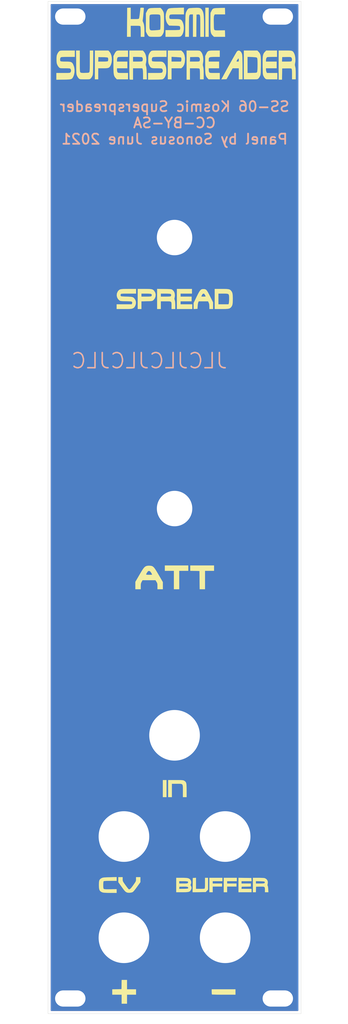
<source format=kicad_pcb>
(kicad_pcb (version 20171130) (host pcbnew "(5.1.9)-1")

  (general
    (thickness 1.6)
    (drawings 6)
    (tracks 0)
    (zones 0)
    (modules 12)
    (nets 2)
  )

  (page A4)
  (layers
    (0 F.Cu signal)
    (31 B.Cu signal)
    (32 B.Adhes user hide)
    (33 F.Adhes user hide)
    (34 B.Paste user hide)
    (35 F.Paste user hide)
    (36 B.SilkS user)
    (37 F.SilkS user)
    (38 B.Mask user hide)
    (39 F.Mask user hide)
    (40 Dwgs.User user hide)
    (41 Cmts.User user hide)
    (42 Eco1.User user hide)
    (43 Eco2.User user hide)
    (44 Edge.Cuts user)
    (45 Margin user hide)
    (46 B.CrtYd user hide)
    (47 F.CrtYd user hide)
    (48 B.Fab user)
    (49 F.Fab user)
  )

  (setup
    (last_trace_width 0.25)
    (user_trace_width 0.4)
    (trace_clearance 0.2)
    (zone_clearance 0.508)
    (zone_45_only no)
    (trace_min 0.2)
    (via_size 0.8)
    (via_drill 0.4)
    (via_min_size 0.4)
    (via_min_drill 0.3)
    (uvia_size 0.3)
    (uvia_drill 0.1)
    (uvias_allowed no)
    (uvia_min_size 0.2)
    (uvia_min_drill 0.1)
    (edge_width 0.05)
    (segment_width 0.2)
    (pcb_text_width 0.3)
    (pcb_text_size 1.5 1.5)
    (mod_edge_width 0.12)
    (mod_text_size 1 1)
    (mod_text_width 0.15)
    (pad_size 6.8 4)
    (pad_drill 6)
    (pad_to_mask_clearance 0)
    (aux_axis_origin 0 0)
    (grid_origin 126.873 130.81)
    (visible_elements 7FFFFFFF)
    (pcbplotparams
      (layerselection 0x010f0_ffffffff)
      (usegerberextensions false)
      (usegerberattributes true)
      (usegerberadvancedattributes true)
      (creategerberjobfile true)
      (excludeedgelayer true)
      (linewidth 0.100000)
      (plotframeref false)
      (viasonmask false)
      (mode 1)
      (useauxorigin false)
      (hpglpennumber 1)
      (hpglpenspeed 20)
      (hpglpendiameter 15.000000)
      (psnegative false)
      (psa4output false)
      (plotreference true)
      (plotvalue true)
      (plotinvisibletext false)
      (padsonsilk false)
      (subtractmaskfromsilk false)
      (outputformat 1)
      (mirror false)
      (drillshape 0)
      (scaleselection 1)
      (outputdirectory ""))
  )

  (net 0 "")
  (net 1 GND)

  (net_class Default "This is the default net class."
    (clearance 0.2)
    (trace_width 0.25)
    (via_dia 0.8)
    (via_drill 0.4)
    (uvia_dia 0.3)
    (uvia_drill 0.1)
    (add_net GND)
  )

  (module Sonosus:Kosmo_Panel_Slotted_Mounting_Hole (layer F.Cu) (tedit 60B93ADF) (tstamp 60B999CC)
    (at 104.873 222.81)
    (descr "Mounting Hole 3.2mm, M3")
    (tags "mounting hole 3.2mm m3")
    (attr virtual)
    (fp_text reference REF** (at 1.4 -4.2) (layer F.SilkS) hide
      (effects (font (size 1 1) (thickness 0.15)))
    )
    (fp_text value Kosmo_Panel_Slotted_Mounting_Hole (at 1.4 4.2) (layer F.Fab)
      (effects (font (size 1 1) (thickness 0.15)))
    )
    (fp_line (start 0 3.25) (end 2.8 3.25) (layer F.CrtYd) (width 0.05))
    (fp_line (start 0 -3.25) (end 2.8 -3.25) (layer F.CrtYd) (width 0.05))
    (fp_line (start 0 3) (end 2.8 3) (layer Cmts.User) (width 0.12))
    (fp_line (start 0 -3) (end 2.8 -3) (layer Cmts.User) (width 0.12))
    (fp_text user %R (at 1.7 0) (layer F.Fab)
      (effects (font (size 1 1) (thickness 0.15)))
    )
    (fp_arc (start 2.8 0) (end 2.8 3) (angle -180) (layer Cmts.User) (width 0.12))
    (fp_arc (start 0 0) (end 0 -3) (angle -180) (layer Cmts.User) (width 0.12))
    (fp_arc (start 2.8 0) (end 2.8 3.25) (angle -180) (layer F.CrtYd) (width 0.05))
    (fp_arc (start 0 0) (end 0 3.25) (angle 180) (layer F.CrtYd) (width 0.05))
    (pad 1 thru_hole oval (at 1.4 0) (size 6.8 4) (drill oval 6 3.2) (layers *.Cu *.Mask)
      (net 1 GND))
  )

  (module Sonosus:Kosmo_Panel_Slotted_Mounting_Hole (layer F.Cu) (tedit 60B93AD6) (tstamp 60B99968)
    (at 145.873 222.81)
    (descr "Mounting Hole 3.2mm, M3")
    (tags "mounting hole 3.2mm m3")
    (attr virtual)
    (fp_text reference REF** (at 1.4 -4.2) (layer F.SilkS) hide
      (effects (font (size 1 1) (thickness 0.15)))
    )
    (fp_text value Kosmo_Panel_Slotted_Mounting_Hole (at 1.4 4.2) (layer F.Fab)
      (effects (font (size 1 1) (thickness 0.15)))
    )
    (fp_line (start 0 3.25) (end 2.8 3.25) (layer F.CrtYd) (width 0.05))
    (fp_line (start 0 -3.25) (end 2.8 -3.25) (layer F.CrtYd) (width 0.05))
    (fp_line (start 0 3) (end 2.8 3) (layer Cmts.User) (width 0.12))
    (fp_line (start 0 -3) (end 2.8 -3) (layer Cmts.User) (width 0.12))
    (fp_text user %R (at 1.7 0) (layer F.Fab)
      (effects (font (size 1 1) (thickness 0.15)))
    )
    (fp_arc (start 2.8 0) (end 2.8 3) (angle -180) (layer Cmts.User) (width 0.12))
    (fp_arc (start 0 0) (end 0 -3) (angle -180) (layer Cmts.User) (width 0.12))
    (fp_arc (start 2.8 0) (end 2.8 3.25) (angle -180) (layer F.CrtYd) (width 0.05))
    (fp_arc (start 0 0) (end 0 3.25) (angle 180) (layer F.CrtYd) (width 0.05))
    (pad 1 thru_hole oval (at 1.4 0) (size 6.8 4) (drill oval 6 3.2) (layers *.Cu *.Mask)
      (net 1 GND))
  )

  (module Sonosus:Kosmo_Panel_Slotted_Mounting_Hole (layer F.Cu) (tedit 60B93AC9) (tstamp 60B99968)
    (at 145.873 28.81)
    (descr "Mounting Hole 3.2mm, M3")
    (tags "mounting hole 3.2mm m3")
    (attr virtual)
    (fp_text reference REF** (at 1.4 -4.2) (layer F.SilkS) hide
      (effects (font (size 1 1) (thickness 0.15)))
    )
    (fp_text value Kosmo_Panel_Slotted_Mounting_Hole (at 1.4 4.2) (layer F.Fab)
      (effects (font (size 1 1) (thickness 0.15)))
    )
    (fp_line (start 0 3.25) (end 2.8 3.25) (layer F.CrtYd) (width 0.05))
    (fp_line (start 0 -3.25) (end 2.8 -3.25) (layer F.CrtYd) (width 0.05))
    (fp_line (start 0 3) (end 2.8 3) (layer Cmts.User) (width 0.12))
    (fp_line (start 0 -3) (end 2.8 -3) (layer Cmts.User) (width 0.12))
    (fp_text user %R (at 1.7 0) (layer F.Fab)
      (effects (font (size 1 1) (thickness 0.15)))
    )
    (fp_arc (start 2.8 0) (end 2.8 3) (angle -180) (layer Cmts.User) (width 0.12))
    (fp_arc (start 0 0) (end 0 -3) (angle -180) (layer Cmts.User) (width 0.12))
    (fp_arc (start 2.8 0) (end 2.8 3.25) (angle -180) (layer F.CrtYd) (width 0.05))
    (fp_arc (start 0 0) (end 0 3.25) (angle 180) (layer F.CrtYd) (width 0.05))
    (pad 1 thru_hole oval (at 1.4 0) (size 6.8 4) (drill oval 6 3.2) (layers *.Cu *.Mask)
      (net 1 GND))
  )

  (module Sonosus:Kosmo_Panel_Slotted_Mounting_Hole (layer F.Cu) (tedit 60B93AC1) (tstamp 60B9995A)
    (at 104.873 28.81)
    (descr "Mounting Hole 3.2mm, M3")
    (tags "mounting hole 3.2mm m3")
    (attr virtual)
    (fp_text reference REF** (at 1.4 -4.2) (layer F.SilkS) hide
      (effects (font (size 1 1) (thickness 0.15)))
    )
    (fp_text value Kosmo_Panel_Slotted_Mounting_Hole (at 1.4 4.2) (layer F.Fab)
      (effects (font (size 1 1) (thickness 0.15)))
    )
    (fp_arc (start 0 0) (end 0 3.25) (angle 180) (layer F.CrtYd) (width 0.05))
    (fp_arc (start 2.8 0) (end 2.8 3.25) (angle -180) (layer F.CrtYd) (width 0.05))
    (fp_arc (start 0 0) (end 0 -3) (angle -180) (layer Cmts.User) (width 0.12))
    (fp_arc (start 2.8 0) (end 2.8 3) (angle -180) (layer Cmts.User) (width 0.12))
    (fp_text user %R (at 1.7 0) (layer F.Fab)
      (effects (font (size 1 1) (thickness 0.15)))
    )
    (fp_line (start 0 3.25) (end 2.8 3.25) (layer F.CrtYd) (width 0.05))
    (fp_line (start 0 -3.25) (end 2.8 -3.25) (layer F.CrtYd) (width 0.05))
    (fp_line (start 0 3) (end 2.8 3) (layer Cmts.User) (width 0.12))
    (fp_line (start 0 -3) (end 2.8 -3) (layer Cmts.User) (width 0.12))
    (pad 1 thru_hole oval (at 1.4 0) (size 6.8 4) (drill oval 6 3.2) (layers *.Cu *.Mask)
      (net 1 GND))
  )

  (module Sonosus:SuperSilk (layer F.Cu) (tedit 0) (tstamp 60B996E0)
    (at 126.873 125.81)
    (fp_text reference G*** (at 0 0) (layer F.SilkS) hide
      (effects (font (size 1.524 1.524) (thickness 0.3)))
    )
    (fp_text value LOGO (at 0.75 0) (layer F.SilkS) hide
      (effects (font (size 1.524 1.524) (thickness 0.3)))
    )
    (fp_poly (pts (xy -9.392709 95.183854) (xy -7.606771 95.183854) (xy -7.606771 96.242187) (xy -9.392709 96.242187)
      (xy -9.392709 98.028125) (xy -10.451042 98.028125) (xy -10.451042 96.242187) (xy -12.303125 96.242187)
      (xy -12.303125 95.187587) (xy -10.484115 95.150781) (xy -10.465712 94.241276) (xy -10.447309 93.33177)
      (xy -9.392709 93.33177) (xy -9.392709 95.183854)) (layer F.SilkS) (width 0.01))
    (fp_poly (pts (xy 12.038541 96.242187) (xy 9.734461 96.242187) (xy 9.194944 96.240964) (xy 8.697798 96.237487)
      (xy 8.258411 96.232045) (xy 7.892174 96.224928) (xy 7.614476 96.216424) (xy 7.440707 96.206823)
      (xy 7.386284 96.19809) (xy 7.364799 96.114727) (xy 7.349105 95.935873) (xy 7.342267 95.698299)
      (xy 7.342187 95.668923) (xy 7.342187 95.183854) (xy 12.038541 95.183854) (xy 12.038541 96.242187)) (layer F.SilkS) (width 0.01))
    (fp_poly (pts (xy -11.44323 73.752604) (xy -12.686771 73.752604) (xy -13.180595 73.755824) (xy -13.551361 73.76585)
      (xy -13.808156 73.783225) (xy -13.960065 73.808496) (xy -14.009688 73.831979) (xy -14.051624 73.945504)
      (xy -14.078345 74.181743) (xy -14.088922 74.53189) (xy -14.089063 74.584557) (xy -14.085051 74.906256)
      (xy -14.070577 75.12133) (xy -14.041986 75.255267) (xy -13.995621 75.333558) (xy -13.979486 75.348541)
      (xy -13.911122 75.381827) (xy -13.788149 75.404822) (xy -13.593522 75.418399) (xy -13.310196 75.423434)
      (xy -12.921126 75.420801) (xy -12.656569 75.416414) (xy -11.44323 75.393505) (xy -11.44323 76.133854)
      (xy -12.716537 76.13095) (xy -13.248047 76.125791) (xy -13.659264 76.112549) (xy -13.961983 76.090507)
      (xy -14.167997 76.058946) (xy -14.24227 76.038021) (xy -14.502047 75.92392) (xy -14.6917 75.780442)
      (xy -14.8212 75.586812) (xy -14.90052 75.322253) (xy -14.939632 74.96599) (xy -14.948712 74.566175)
      (xy -14.939482 74.147104) (xy -14.905693 73.835391) (xy -14.837736 73.60695) (xy -14.726 73.437696)
      (xy -14.560879 73.303541) (xy -14.411318 73.219114) (xy -14.303656 73.169984) (xy -14.185113 73.132448)
      (xy -14.034901 73.104226) (xy -13.832226 73.083038) (xy -13.556299 73.066607) (xy -13.186327 73.052654)
      (xy -12.788151 73.041193) (xy -11.44323 73.005222) (xy -11.44323 73.752604)) (layer F.SilkS) (width 0.01))
    (fp_poly (pts (xy -10.252605 73.427377) (xy -10.250355 73.587227) (xy -10.235784 73.717122) (xy -10.197157 73.841819)
      (xy -10.122739 73.986075) (xy -10.000798 74.174647) (xy -9.819598 74.432294) (xy -9.691926 74.610326)
      (xy -9.486703 74.890419) (xy -9.303137 75.130539) (xy -9.15723 75.31052) (xy -9.064988 75.410198)
      (xy -9.047004 75.422955) (xy -8.935316 75.43497) (xy -8.809889 75.380678) (xy -8.658591 75.248852)
      (xy -8.469292 75.028262) (xy -8.22986 74.707681) (xy -8.144553 74.587651) (xy -7.932236 74.284463)
      (xy -7.784749 74.06358) (xy -7.690285 73.899473) (xy -7.63704 73.766611) (xy -7.613206 73.639467)
      (xy -7.606978 73.492512) (xy -7.606771 73.42478) (xy -7.606771 73.025) (xy -6.746875 73.025)
      (xy -6.746875 74.015145) (xy -7.412605 74.942718) (xy -7.693522 75.322939) (xy -7.935423 75.627748)
      (xy -8.128552 75.845539) (xy -8.26315 75.964706) (xy -8.279943 75.974546) (xy -8.508708 76.052698)
      (xy -8.799486 76.099732) (xy -9.091396 76.109827) (xy -9.323556 76.077161) (xy -9.330426 76.074985)
      (xy -9.47922 76.019016) (xy -9.610863 75.946227) (xy -9.741815 75.839921) (xy -9.888535 75.6834)
      (xy -10.067481 75.459968) (xy -10.295111 75.152927) (xy -10.447414 74.941822) (xy -11.112501 74.015145)
      (xy -11.112501 73.025) (xy -10.252605 73.025) (xy -10.252605 73.427377)) (layer F.SilkS) (width 0.01))
    (fp_poly (pts (xy 1.89618 73.161094) (xy 2.257284 73.175465) (xy 2.528905 73.204852) (xy 2.732376 73.253699)
      (xy 2.889029 73.326455) (xy 3.020199 73.427563) (xy 3.097739 73.506067) (xy 3.24034 73.749582)
      (xy 3.292594 74.041418) (xy 3.247304 74.327003) (xy 3.21558 74.399543) (xy 3.15634 74.557181)
      (xy 3.171254 74.64314) (xy 3.173419 74.644596) (xy 3.231823 74.728657) (xy 3.297727 74.888682)
      (xy 3.314191 74.940175) (xy 3.353731 75.115958) (xy 3.340883 75.264463) (xy 3.267872 75.449672)
      (xy 3.246945 75.493488) (xy 3.157386 75.658487) (xy 3.057009 75.783568) (xy 2.92702 75.874183)
      (xy 2.748621 75.935781) (xy 2.503017 75.973813) (xy 2.171413 75.993729) (xy 1.735011 76.000979)
      (xy 1.494821 76.001562) (xy 0.330729 76.001562) (xy 0.330729 75.344004) (xy 0.917368 75.344004)
      (xy 1.798137 75.325517) (xy 2.154107 75.317046) (xy 2.399196 75.306624) (xy 2.554799 75.290387)
      (xy 2.642314 75.264468) (xy 2.683136 75.225002) (xy 2.698662 75.168123) (xy 2.699456 75.162678)
      (xy 2.689588 75.047713) (xy 2.612076 74.966908) (xy 2.452036 74.916209) (xy 2.19458 74.891562)
      (xy 1.824824 74.888913) (xy 1.70355 74.89145) (xy 0.959114 74.910156) (xy 0.917368 75.344004)
      (xy 0.330729 75.344004) (xy 0.330729 73.81875) (xy 0.926041 73.81875) (xy 0.926041 74.28177)
      (xy 1.750537 74.28177) (xy 2.095525 74.280248) (xy 2.331809 74.27329) (xy 2.482961 74.257312)
      (xy 2.572557 74.228727) (xy 2.624169 74.18395) (xy 2.648096 74.14525) (xy 2.694351 74.023615)
      (xy 2.674195 73.935435) (xy 2.574022 73.875792) (xy 2.380227 73.839768) (xy 2.079206 73.822447)
      (xy 1.744765 73.81875) (xy 0.926041 73.81875) (xy 0.330729 73.81875) (xy 0.330729 73.157291)
      (xy 1.424259 73.157291) (xy 1.89618 73.161094)) (layer F.SilkS) (width 0.01))
    (fp_poly (pts (xy 4.233333 75.340104) (xy 5.086152 75.340104) (xy 5.44479 75.337769) (xy 5.692189 75.329126)
      (xy 5.849347 75.311714) (xy 5.937261 75.283073) (xy 5.976928 75.240742) (xy 5.979121 75.235475)
      (xy 5.993286 75.134783) (xy 6.005259 74.928085) (xy 6.014074 74.641663) (xy 6.018763 74.301796)
      (xy 6.01927 74.144069) (xy 6.01927 73.157291) (xy 6.614583 73.157291) (xy 6.614583 75.474338)
      (xy 6.388297 75.721414) (xy 6.16201 75.968489) (xy 4.865615 75.988969) (xy 3.569221 76.009449)
      (xy 3.587084 74.599907) (xy 3.604947 73.190364) (xy 3.91914 73.170203) (xy 4.233333 73.150043)
      (xy 4.233333 75.340104)) (layer F.SilkS) (width 0.01))
    (fp_poly (pts (xy 9.458854 73.81875) (xy 7.540624 73.81875) (xy 7.540624 74.28177) (xy 9.392708 74.28177)
      (xy 9.392708 74.877083) (xy 7.540624 74.877083) (xy 7.540624 76.001562) (xy 6.879166 76.001562)
      (xy 6.879166 73.157291) (xy 9.458854 73.157291) (xy 9.458854 73.81875)) (layer F.SilkS) (width 0.01))
    (fp_poly (pts (xy 12.303125 73.81875) (xy 10.384895 73.81875) (xy 10.384895 74.28177) (xy 12.236979 74.28177)
      (xy 12.236979 74.877083) (xy 10.384895 74.877083) (xy 10.384895 76.001562) (xy 9.723437 76.001562)
      (xy 9.723437 73.157291) (xy 12.303125 73.157291) (xy 12.303125 73.81875)) (layer F.SilkS) (width 0.01))
    (fp_poly (pts (xy 13.907161 73.172399) (xy 15.180468 73.190364) (xy 15.22079 73.81875) (xy 13.229166 73.81875)
      (xy 13.229166 74.28177) (xy 15.08125 74.28177) (xy 15.08125 74.87335) (xy 14.171744 74.891753)
      (xy 13.262239 74.910156) (xy 13.241512 75.12513) (xy 13.220784 75.340104) (xy 15.213541 75.340104)
      (xy 15.213541 76.001562) (xy 12.633854 76.001562) (xy 12.633854 73.154435) (xy 13.907161 73.172399)) (layer F.SilkS) (width 0.01))
    (fp_poly (pts (xy 16.954025 73.161534) (xy 17.303604 73.173301) (xy 17.58781 73.191145) (xy 17.780491 73.213623)
      (xy 17.838532 73.227645) (xy 18.140424 73.404359) (xy 18.342102 73.657636) (xy 18.433755 73.967456)
      (xy 18.405573 74.313801) (xy 18.393 74.359116) (xy 18.349163 74.549936) (xy 18.363356 74.668892)
      (xy 18.397425 74.722422) (xy 18.43976 74.83485) (xy 18.476998 75.045882) (xy 18.503698 75.321832)
      (xy 18.508834 75.412134) (xy 18.537015 76.001562) (xy 17.859375 76.001562) (xy 17.859375 75.507796)
      (xy 17.854632 75.263293) (xy 17.827389 75.091047) (xy 17.758121 74.979125) (xy 17.627304 74.915593)
      (xy 17.415415 74.888519) (xy 17.102929 74.885969) (xy 16.850946 74.89145) (xy 16.10651 74.910156)
      (xy 16.087298 75.455859) (xy 16.068087 76.001562) (xy 15.478125 76.001562) (xy 15.478125 74.28177)
      (xy 16.073437 74.28177) (xy 16.892161 74.28177) (xy 17.250353 74.27875) (xy 17.4987 74.267965)
      (xy 17.659548 74.246831) (xy 17.75524 74.212764) (xy 17.79783 74.177007) (xy 17.849027 74.049649)
      (xy 17.815385 73.962033) (xy 17.765255 73.914626) (xy 17.669976 73.88114) (xy 17.507551 73.85845)
      (xy 17.255983 73.843428) (xy 16.909715 73.83331) (xy 16.073437 73.814797) (xy 16.073437 74.28177)
      (xy 15.478125 74.28177) (xy 15.478125 73.157291) (xy 16.565225 73.157291) (xy 16.954025 73.161534)) (layer F.SilkS) (width 0.01))
    (fp_poly (pts (xy -1.5875 57.216145) (xy -2.315105 57.216145) (xy -2.315105 53.842708) (xy -1.5875 53.842708)
      (xy -1.5875 57.216145)) (layer F.SilkS) (width 0.01))
    (fp_poly (pts (xy 0.214973 53.842955) (xy 0.698398 53.843862) (xy 1.06825 53.847373) (xy 1.343242 53.854948)
      (xy 1.542088 53.868048) (xy 1.683501 53.888133) (xy 1.786195 53.916664) (xy 1.868883 53.955102)
      (xy 1.902297 53.974642) (xy 2.052825 54.074625) (xy 2.168123 54.179986) (xy 2.25285 54.309236)
      (xy 2.311664 54.480888) (xy 2.349226 54.713452) (xy 2.370194 55.025442) (xy 2.379227 55.435369)
      (xy 2.381002 55.876692) (xy 2.381249 57.216145) (xy 1.653645 57.216145) (xy 1.653645 56.040238)
      (xy 1.654708 55.56275) (xy 1.649184 55.201313) (xy 1.624007 54.939848) (xy 1.566111 54.762273)
      (xy 1.46243 54.652507) (xy 1.299897 54.59447) (xy 1.065446 54.57208) (xy 0.74601 54.569257)
      (xy 0.45927 54.570312) (xy -0.529167 54.570312) (xy -0.529167 57.216145) (xy -1.256771 57.216145)
      (xy -1.256771 53.842708) (xy 0.214973 53.842955)) (layer F.SilkS) (width 0.01))
    (fp_poly (pts (xy -4.821494 11.493556) (xy -4.542389 11.53776) (xy -4.398698 11.590555) (xy -4.274415 11.665966)
      (xy -4.155146 11.763253) (xy -4.030582 11.896598) (xy -3.89041 12.080186) (xy -3.724321 12.3282)
      (xy -3.522003 12.654823) (xy -3.273146 13.074239) (xy -3.084214 13.398737) (xy -2.315105 14.725861)
      (xy -2.315105 16.139583) (xy -3.373438 16.139583) (xy -3.374695 15.560807) (xy -3.37951 15.268762)
      (xy -3.398788 15.066029) (xy -3.442066 14.909722) (xy -3.51888 14.756953) (xy -3.573254 14.667838)
      (xy -3.770556 14.353645) (xy -6.328976 14.353645) (xy -6.504853 14.676789) (xy -6.594667 14.860629)
      (xy -6.647888 15.03439) (xy -6.67355 15.243939) (xy -6.680687 15.535145) (xy -6.68073 15.569758)
      (xy -6.68073 16.139583) (xy -7.739063 16.139583) (xy -7.739063 14.676568) (xy -6.973775 13.361963)
      (xy -6.892978 13.224408) (xy -5.622396 13.224408) (xy -5.558218 13.261499) (xy -5.37248 13.28549)
      (xy -5.07538 13.295168) (xy -5.027084 13.295312) (xy -4.764917 13.291131) (xy -4.561658 13.279931)
      (xy -4.446821 13.263729) (xy -4.431771 13.254654) (xy -4.460981 13.17845) (xy -4.536137 13.025599)
      (xy -4.604791 12.896101) (xy -4.783112 12.64661) (xy -4.975062 12.5272) (xy -5.17921 12.538747)
      (xy -5.184434 12.540712) (xy -5.272683 12.617878) (xy -5.38908 12.770065) (xy -5.505107 12.952752)
      (xy -5.592244 13.121419) (xy -5.622396 13.224408) (xy -6.892978 13.224408) (xy -6.692422 12.882969)
      (xy -6.463577 12.505491) (xy -6.276378 12.214917) (xy -6.119964 11.996635) (xy -5.983474 11.836035)
      (xy -5.856045 11.718504) (xy -5.726818 11.629431) (xy -5.656844 11.590319) (xy -5.432601 11.519825)
      (xy -5.136191 11.487575) (xy -4.821494 11.493556)) (layer F.SilkS) (width 0.01))
    (fp_poly (pts (xy 2.711979 12.501562) (xy 0.926041 12.501562) (xy 0.926041 16.139583) (xy -0.132292 16.139583)
      (xy -0.132292 12.501562) (xy -1.91823 12.501562) (xy -1.91823 11.443229) (xy 2.711979 11.443229)
      (xy 2.711979 12.501562)) (layer F.SilkS) (width 0.01))
    (fp_poly (pts (xy 7.805208 12.501562) (xy 6.01927 12.501562) (xy 6.01927 16.139583) (xy 4.963063 16.139583)
      (xy 4.945464 14.337109) (xy 4.927864 12.534635) (xy 3.108854 12.497829) (xy 3.108854 11.443229)
      (xy 7.805208 11.443229) (xy 7.805208 12.501562)) (layer F.SilkS) (width 0.01))
    (fp_poly (pts (xy -7.606771 -42.267188) (xy -9.097184 -42.267188) (xy -9.577692 -42.266896) (xy -9.942601 -42.26495)
      (xy -10.208601 -42.259743) (xy -10.392385 -42.249667) (xy -10.510644 -42.233115) (xy -10.580071 -42.20848)
      (xy -10.617356 -42.174156) (xy -10.639191 -42.128535) (xy -10.643007 -42.11836) (xy -10.66783 -41.944338)
      (xy -10.650002 -41.83724) (xy -10.623931 -41.78849) (xy -10.573829 -41.752407) (xy -10.480384 -41.726251)
      (xy -10.324284 -41.707283) (xy -10.086218 -41.692761) (xy -9.746872 -41.679947) (xy -9.484518 -41.671876)
      (xy -9.04382 -41.656691) (xy -8.713302 -41.637631) (xy -8.470856 -41.609744) (xy -8.294375 -41.568078)
      (xy -8.161752 -41.507681) (xy -8.050879 -41.423601) (xy -7.957194 -41.329781) (xy -7.732835 -40.998965)
      (xy -7.627198 -40.624865) (xy -7.642676 -40.22719) (xy -7.776058 -39.836781) (xy -7.919879 -39.597511)
      (xy -8.086047 -39.44076) (xy -8.22689 -39.360773) (xy -8.328819 -39.315975) (xy -8.437783 -39.282173)
      (xy -8.573399 -39.257837) (xy -8.755282 -39.241438) (xy -9.003045 -39.23145) (xy -9.336306 -39.226342)
      (xy -9.774678 -39.224586) (xy -9.975832 -39.22448) (xy -11.44323 -39.22448) (xy -11.44323 -40.150521)
      (xy -8.463831 -40.150521) (xy -8.392298 -40.307519) (xy -8.355791 -40.488729) (xy -8.393712 -40.60082)
      (xy -8.428101 -40.650877) (xy -8.482767 -40.687537) (xy -8.577479 -40.713404) (xy -8.732004 -40.731085)
      (xy -8.966111 -40.743184) (xy -9.299568 -40.752306) (xy -9.586536 -40.758015) (xy -10.002698 -40.767102)
      (xy -10.308447 -40.778282) (xy -10.525659 -40.794221) (xy -10.676212 -40.817588) (xy -10.781981 -40.851048)
      (xy -10.864843 -40.89727) (xy -10.89292 -40.91728) (xy -11.175394 -41.20176) (xy -11.354639 -41.543606)
      (xy -11.427351 -41.916576) (xy -11.390223 -42.29443) (xy -11.23995 -42.650924) (xy -11.130363 -42.802368)
      (xy -11.021782 -42.921428) (xy -10.908928 -43.013631) (xy -10.773832 -43.082376) (xy -10.598521 -43.131062)
      (xy -10.365026 -43.163089) (xy -10.055375 -43.181856) (xy -9.651597 -43.190763) (xy -9.135721 -43.193209)
      (xy -9.064104 -43.19323) (xy -7.606771 -43.19323) (xy -7.606771 -42.267188)) (layer F.SilkS) (width 0.01))
    (fp_poly (pts (xy -5.440858 -43.190851) (xy -5.043967 -43.181154) (xy -4.741335 -43.160302) (xy -4.51397 -43.124454)
      (xy -4.342878 -43.069773) (xy -4.209065 -42.992419) (xy -4.093539 -42.888554) (xy -4.017011 -42.802341)
      (xy -3.815641 -42.467662) (xy -3.727377 -42.097451) (xy -3.748802 -41.718819) (xy -3.876503 -41.358876)
      (xy -4.107063 -41.044733) (xy -4.254468 -40.91728) (xy -4.33732 -40.864375) (xy -4.436281 -40.825968)
      (xy -4.574131 -40.799131) (xy -4.773652 -40.780935) (xy -5.057624 -40.76845) (xy -5.44883 -40.758748)
      (xy -5.494702 -40.757819) (xy -6.548438 -40.736731) (xy -6.548438 -39.22448) (xy -7.276042 -39.22448)
      (xy -7.276042 -42.267188) (xy -6.548438 -42.267188) (xy -6.548438 -41.671876) (xy -5.602553 -41.671876)
      (xy -5.161605 -41.677046) (xy -4.846729 -41.69286) (xy -4.652098 -41.719768) (xy -4.577292 -41.751251)
      (xy -4.511022 -41.880207) (xy -4.497917 -41.969532) (xy -4.509374 -42.079472) (xy -4.555913 -42.158704)
      (xy -4.655789 -42.212147) (xy -4.827255 -42.244719) (xy -5.088565 -42.26134) (xy -5.457971 -42.266927)
      (xy -5.602553 -42.267188) (xy -6.548438 -42.267188) (xy -7.276042 -42.267188) (xy -7.276042 -43.19323)
      (xy -5.951001 -43.19323) (xy -5.440858 -43.190851)) (layer F.SilkS) (width 0.01))
    (fp_poly (pts (xy -2.033985 -43.180339) (xy -1.566616 -43.173024) (xy -1.212275 -43.164925) (xy -0.951704 -43.153971)
      (xy -0.765646 -43.138087) (xy -0.634841 -43.115202) (xy -0.540034 -43.083243) (xy -0.461966 -43.040138)
      (xy -0.411914 -43.005758) (xy -0.155448 -42.744002) (xy 0.006871 -42.400366) (xy 0.066051 -41.994209)
      (xy 0.066145 -41.976473) (xy 0.053451 -41.734134) (xy 0.021078 -41.518151) (xy -0.00266 -41.433369)
      (xy -0.035796 -41.259107) (xy 0.006935 -41.059832) (xy 0.030413 -40.997777) (xy 0.085629 -40.789951)
      (xy 0.118901 -40.488744) (xy 0.131954 -40.076977) (xy 0.132291 -39.983818) (xy 0.132291 -39.22448)
      (xy -0.595313 -39.22448) (xy -0.595313 -39.857214) (xy -0.595557 -40.180679) (xy -0.608579 -40.414417)
      (xy -0.652817 -40.572966) (xy -0.746708 -40.670867) (xy -0.908689 -40.722659) (xy -1.157199 -40.742883)
      (xy -1.510673 -40.746079) (xy -1.722119 -40.745834) (xy -2.71198 -40.745834) (xy -2.71198 -39.22448)
      (xy -3.439584 -39.22448) (xy -3.439584 -42.267188) (xy -2.71198 -42.267188) (xy -2.71198 -41.671876)
      (xy -1.766094 -41.671876) (xy -1.325147 -41.677046) (xy -1.010271 -41.69286) (xy -0.815639 -41.719768)
      (xy -0.740834 -41.751251) (xy -0.674564 -41.880207) (xy -0.661459 -41.969532) (xy -0.672916 -42.079472)
      (xy -0.719455 -42.158704) (xy -0.819331 -42.212147) (xy -0.990797 -42.244719) (xy -1.252106 -42.26134)
      (xy -1.621513 -42.266927) (xy -1.766094 -42.267188) (xy -2.71198 -42.267188) (xy -3.439584 -42.267188)
      (xy -3.439584 -43.20052) (xy -2.033985 -43.180339)) (layer F.SilkS) (width 0.01))
    (fp_poly (pts (xy 3.439583 -42.267188) (xy 1.190624 -42.267188) (xy 1.190624 -41.671876) (xy 3.373437 -41.671876)
      (xy 3.373437 -40.745834) (xy 1.190624 -40.745834) (xy 1.190624 -40.150521) (xy 3.505729 -40.150521)
      (xy 3.505729 -39.22448) (xy 0.46302 -39.22448) (xy 0.46302 -43.19323) (xy 3.439583 -43.19323)
      (xy 3.439583 -42.267188)) (layer F.SilkS) (width 0.01))
    (fp_poly (pts (xy 5.906584 -43.152166) (xy 6.061232 -43.120245) (xy 6.198189 -43.050049) (xy 6.330084 -42.927562)
      (xy 6.469547 -42.738769) (xy 6.629208 -42.469654) (xy 6.821696 -42.106201) (xy 7.014113 -41.725502)
      (xy 7.60677 -40.541052) (xy 7.60677 -39.22448) (xy 6.879166 -39.22448) (xy 6.879166 -39.723209)
      (xy 6.864918 -40.057802) (xy 6.816878 -40.307877) (xy 6.74553 -40.483886) (xy 6.611894 -40.745834)
      (xy 4.783734 -40.745834) (xy 4.692871 -40.563933) (xy 4.646271 -40.413355) (xy 4.603421 -40.175475)
      (xy 4.57195 -39.895228) (xy 4.566499 -39.819792) (xy 4.530989 -39.257553) (xy 4.150651 -39.237715)
      (xy 3.770312 -39.217878) (xy 3.770312 -40.422294) (xy 4.359575 -41.633586) (xy 4.396145 -41.707584)
      (xy 5.291666 -41.707584) (xy 5.352013 -41.689397) (xy 5.509903 -41.676535) (xy 5.721614 -41.671876)
      (xy 5.940593 -41.676887) (xy 6.095454 -41.690001) (xy 6.151562 -41.707584) (xy 6.124064 -41.783118)
      (xy 6.054764 -41.931642) (xy 6.017926 -42.00524) (xy 5.905057 -42.183341) (xy 5.789132 -42.259162)
      (xy 5.721614 -42.267188) (xy 5.59293 -42.231749) (xy 5.482388 -42.107366) (xy 5.425302 -42.00524)
      (xy 5.344342 -41.839196) (xy 5.296862 -41.727612) (xy 5.291666 -41.707584) (xy 4.396145 -41.707584)
      (xy 4.592278 -42.104443) (xy 4.783737 -42.467946) (xy 4.946147 -42.737758) (xy 5.091702 -42.927543)
      (xy 5.232596 -43.050966) (xy 5.381022 -43.121689) (xy 5.549175 -43.153378) (xy 5.721614 -43.159827)
      (xy 5.906584 -43.152166)) (layer F.SilkS) (width 0.01))
    (fp_poly (pts (xy 9.772734 -43.190846) (xy 10.169666 -43.181141) (xy 10.472321 -43.160287) (xy 10.699682 -43.124454)
      (xy 10.870733 -43.069812) (xy 11.004459 -42.992533) (xy 11.119843 -42.888788) (xy 11.195728 -42.803295)
      (xy 11.313129 -42.640084) (xy 11.398205 -42.455818) (xy 11.4556 -42.226837) (xy 11.489957 -41.92948)
      (xy 11.50592 -41.540085) (xy 11.508637 -41.208855) (xy 11.502574 -40.742951) (xy 11.48129 -40.385254)
      (xy 11.440142 -40.112104) (xy 11.374486 -39.899839) (xy 11.279678 -39.724799) (xy 11.195728 -39.614415)
      (xy 11.082032 -39.490956) (xy 10.962614 -39.39651) (xy 10.818491 -39.327247) (xy 10.630678 -39.279337)
      (xy 10.380191 -39.248952) (xy 10.048046 -39.232262) (xy 9.61526 -39.225439) (xy 9.262541 -39.22448)
      (xy 7.937499 -39.22448) (xy 7.937499 -42.267188) (xy 8.665104 -42.267188) (xy 8.665104 -40.150521)
      (xy 10.652753 -40.150521) (xy 10.717262 -40.320192) (xy 10.743579 -40.45432) (xy 10.764716 -40.685581)
      (xy 10.778185 -40.978843) (xy 10.78177 -41.231516) (xy 10.780656 -41.603485) (xy 10.765181 -41.873742)
      (xy 10.717151 -42.058512) (xy 10.618369 -42.174024) (xy 10.450639 -42.236505) (xy 10.195766 -42.262182)
      (xy 9.835554 -42.267283) (xy 9.620468 -42.267188) (xy 8.665104 -42.267188) (xy 7.937499 -42.267188)
      (xy 7.937499 -43.19323) (xy 9.262541 -43.19323) (xy 9.772734 -43.190846)) (layer F.SilkS) (width 0.01))
    (fp_poly (pts (xy -19.711459 -89.032292) (xy -21.057197 -89.032292) (xy -21.516074 -89.031348) (xy -21.860891 -89.027506)
      (xy -22.109875 -89.019252) (xy -22.28125 -89.005069) (xy -22.393241 -88.983444) (xy -22.464074 -88.95286)
      (xy -22.511973 -88.911804) (xy -22.512405 -88.911329) (xy -22.585847 -88.760863) (xy -22.618689 -88.553305)
      (xy -22.608541 -88.346306) (xy -22.553011 -88.19752) (xy -22.5425 -88.185625) (xy -22.442776 -88.148629)
      (xy -22.226029 -88.123345) (xy -21.886919 -88.109352) (xy -21.533777 -88.106003) (xy -21.092703 -88.100224)
      (xy -20.761071 -88.077317) (xy -20.516296 -88.028524) (xy -20.335791 -87.945086) (xy -20.196974 -87.818247)
      (xy -20.077257 -87.639247) (xy -20.011539 -87.515722) (xy -19.839035 -87.043274) (xy -19.759263 -86.51638)
      (xy -19.772211 -85.974931) (xy -19.877867 -85.45882) (xy -20.012263 -85.123476) (xy -20.102752 -84.952751)
      (xy -20.19157 -84.821092) (xy -20.296699 -84.723116) (xy -20.436122 -84.653439) (xy -20.627824 -84.606679)
      (xy -20.889786 -84.577452) (xy -21.239994 -84.560375) (xy -21.69643 -84.550064) (xy -21.940748 -84.546206)
      (xy -23.34948 -84.524964) (xy -23.34948 -85.857292) (xy -21.997241 -85.857292) (xy -21.541753 -85.857765)
      (xy -21.200344 -85.860411) (xy -20.954801 -85.867069) (xy -20.786911 -85.87958) (xy -20.678463 -85.899783)
      (xy -20.611243 -85.929519) (xy -20.56704 -85.970626) (xy -20.542032 -86.004302) (xy -20.4618 -86.182225)
      (xy -20.439063 -86.320313) (xy -20.477677 -86.507125) (xy -20.542032 -86.636324) (xy -20.588268 -86.69315)
      (xy -20.648792 -86.733076) (xy -20.74558 -86.759074) (xy -20.900606 -86.774119) (xy -21.135844 -86.781185)
      (xy -21.473267 -86.783245) (xy -21.628364 -86.783334) (xy -22.009823 -86.784293) (xy -22.282937 -86.789391)
      (xy -22.471648 -86.801958) (xy -22.5999 -86.825322) (xy -22.691635 -86.862815) (xy -22.770798 -86.917766)
      (xy -22.806436 -86.947172) (xy -22.945501 -87.102895) (xy -23.088214 -87.321995) (xy -23.158755 -87.459802)
      (xy -23.231498 -87.639352) (xy -23.278114 -87.81508) (xy -23.304083 -88.024405) (xy -23.314883 -88.304743)
      (xy -23.316364 -88.536198) (xy -23.312342 -88.880918) (xy -23.296623 -89.130909) (xy -23.263729 -89.323589)
      (xy -23.208181 -89.496375) (xy -23.158755 -89.612595) (xy -23.034168 -89.84049) (xy -22.887899 -90.041863)
      (xy -22.806436 -90.125225) (xy -22.740038 -90.178674) (xy -22.672584 -90.219015) (xy -22.58556 -90.248092)
      (xy -22.460456 -90.26775) (xy -22.27876 -90.279832) (xy -22.021961 -90.286182) (xy -21.671547 -90.288645)
      (xy -21.209007 -90.289063) (xy -19.711459 -90.289063) (xy -19.711459 -89.032292)) (layer F.SilkS) (width 0.01))
    (fp_poly (pts (xy -6.050841 -90.060501) (xy -5.838293 -89.751378) (xy -5.682912 -89.352663) (xy -5.590828 -88.896812)
      (xy -5.568169 -88.416281) (xy -5.621064 -87.94353) (xy -5.637156 -87.869898) (xy -5.686993 -87.62826)
      (xy -5.697341 -87.458435) (xy -5.66797 -87.305899) (xy -5.634359 -87.208439) (xy -5.58916 -87.021849)
      (xy -5.553142 -86.724519) (xy -5.525669 -86.309311) (xy -5.506249 -85.77461) (xy -5.475353 -84.600521)
      (xy -6.217709 -84.600521) (xy -6.217709 -85.523451) (xy -6.223561 -85.929012) (xy -6.240149 -86.261557)
      (xy -6.266017 -86.500399) (xy -6.294472 -86.614857) (xy -6.371235 -86.783334) (xy -8.202084 -86.783334)
      (xy -8.202084 -84.534376) (xy -8.521789 -84.534376) (xy -8.717739 -84.542813) (xy -8.8542 -84.564249)
      (xy -8.885591 -84.578473) (xy -8.894911 -84.651901) (xy -8.90356 -84.843807) (xy -8.911327 -85.140378)
      (xy -8.917999 -85.5278) (xy -8.923366 -85.992261) (xy -8.927215 -86.519947) (xy -8.929334 -87.097045)
      (xy -8.929688 -87.455816) (xy -8.929688 -88.10625) (xy -8.202084 -88.10625) (xy -7.317214 -88.10625)
      (xy -6.911319 -88.11086) (xy -6.625684 -88.125369) (xy -6.448576 -88.1508) (xy -6.368261 -88.188174)
      (xy -6.367653 -88.188933) (xy -6.279904 -88.383438) (xy -6.26409 -88.613214) (xy -6.315789 -88.82767)
      (xy -6.43058 -88.976214) (xy -6.436821 -88.980324) (xy -6.529865 -88.999329) (xy -6.727219 -89.015173)
      (xy -7.000912 -89.026309) (xy -7.322972 -89.031192) (xy -7.358724 -89.031279) (xy -8.202084 -89.032292)
      (xy -8.202084 -88.10625) (xy -8.929688 -88.10625) (xy -8.929688 -90.289063) (xy -6.266402 -90.289063)
      (xy -6.050841 -90.060501)) (layer F.SilkS) (width 0.01))
    (fp_poly (pts (xy -1.5875 -89.032292) (xy -2.933238 -89.032292) (xy -3.392115 -89.031348) (xy -3.736933 -89.027506)
      (xy -3.985917 -89.019252) (xy -4.157292 -89.005069) (xy -4.269283 -88.983444) (xy -4.340116 -88.95286)
      (xy -4.388015 -88.911804) (xy -4.388447 -88.911329) (xy -4.461889 -88.760863) (xy -4.494731 -88.553305)
      (xy -4.484583 -88.346306) (xy -4.429053 -88.19752) (xy -4.418542 -88.185625) (xy -4.319566 -88.148827)
      (xy -4.10442 -88.123656) (xy -3.767507 -88.109674) (xy -3.403064 -88.10625) (xy -3.027382 -88.104677)
      (xy -2.758351 -88.097759) (xy -2.570345 -88.082201) (xy -2.43774 -88.054705) (xy -2.334911 -88.011976)
      (xy -2.246126 -87.957422) (xy -2.001846 -87.717978) (xy -1.817472 -87.386551) (xy -1.69334 -86.989277)
      (xy -1.629784 -86.552293) (xy -1.627141 -86.101736) (xy -1.685745 -85.663742) (xy -1.805933 -85.264449)
      (xy -1.988039 -84.929993) (xy -2.204413 -84.706573) (xy -2.274278 -84.660277) (xy -2.355995 -84.625084)
      (xy -2.468354 -84.599128) (xy -2.630146 -84.580541) (xy -2.860162 -84.567457) (xy -3.177191 -84.55801)
      (xy -3.600025 -84.550332) (xy -3.808039 -84.547267) (xy -5.225521 -84.527085) (xy -5.225521 -85.857292)
      (xy -3.873282 -85.857292) (xy -3.417795 -85.857765) (xy -3.076385 -85.860411) (xy -2.830842 -85.867069)
      (xy -2.662953 -85.87958) (xy -2.554505 -85.899783) (xy -2.487285 -85.929519) (xy -2.443081 -85.970626)
      (xy -2.418074 -86.004302) (xy -2.337842 -86.182225) (xy -2.315105 -86.320313) (xy -2.353718 -86.507125)
      (xy -2.418074 -86.636324) (xy -2.464408 -86.693246) (xy -2.525075 -86.733206) (xy -2.622102 -86.759196)
      (xy -2.777516 -86.774205) (xy -3.013343 -86.781227) (xy -3.351608 -86.783252) (xy -3.50056 -86.783334)
      (xy -3.926823 -86.786443) (xy -4.243967 -86.802392) (xy -4.475133 -86.841117) (xy -4.643462 -86.912553)
      (xy -4.772095 -87.026633) (xy -4.884172 -87.193293) (xy -5.002835 -87.422468) (xy -5.006457 -87.429839)
      (xy -5.089897 -87.611132) (xy -5.143832 -87.771575) (xy -5.174512 -87.94862) (xy -5.188185 -88.179714)
      (xy -5.191098 -88.502307) (xy -5.191047 -88.536198) (xy -5.186193 -88.882869) (xy -5.16953 -89.13493)
      (xy -5.135563 -89.329917) (xy -5.078795 -89.50536) (xy -5.033417 -89.612595) (xy -4.909514 -89.84065)
      (xy -4.763643 -90.042101) (xy -4.682477 -90.125225) (xy -4.61608 -90.178674) (xy -4.548625 -90.219015)
      (xy -4.461602 -90.248092) (xy -4.336498 -90.26775) (xy -4.154802 -90.279832) (xy -3.898003 -90.286182)
      (xy -3.547589 -90.288645) (xy -3.085049 -90.289063) (xy -1.5875 -90.289063) (xy -1.5875 -89.032292)) (layer F.SilkS) (width 0.01))
    (fp_poly (pts (xy 4.108587 -90.288599) (xy 4.438869 -90.285732) (xy 4.676867 -90.278244) (xy 4.842586 -90.263923)
      (xy 4.956029 -90.240551) (xy 5.037201 -90.205914) (xy 5.106105 -90.157797) (xy 5.145497 -90.125225)
      (xy 5.355142 -89.872606) (xy 5.518501 -89.521633) (xy 5.629739 -89.099906) (xy 5.683025 -88.635027)
      (xy 5.672524 -88.154597) (xy 5.627895 -87.842798) (xy 5.587381 -87.578126) (xy 5.591518 -87.366844)
      (xy 5.642697 -87.136978) (xy 5.652445 -87.103609) (xy 5.697766 -86.897723) (xy 5.728938 -86.622968)
      (xy 5.747375 -86.259623) (xy 5.754496 -85.787968) (xy 5.754687 -85.679922) (xy 5.754687 -84.600521)
      (xy 5.027083 -84.600521) (xy 5.027083 -85.563984) (xy 5.02249 -85.924233) (xy 5.009821 -86.240176)
      (xy 4.990739 -86.485301) (xy 4.966907 -86.633096) (xy 4.95861 -86.655391) (xy 4.921123 -86.706409)
      (xy 4.858064 -86.741787) (xy 4.747555 -86.764347) (xy 4.567719 -86.776908) (xy 4.29668 -86.782292)
      (xy 3.966422 -86.783334) (xy 3.042708 -86.783334) (xy 3.042708 -84.534376) (xy 2.381249 -84.534376)
      (xy 2.381249 -88.10625) (xy 3.036663 -88.10625) (xy 3.9634 -88.10625) (xy 4.33317 -88.107652)
      (xy 4.592499 -88.113729) (xy 4.763223 -88.127288) (xy 4.86718 -88.151138) (xy 4.926206 -88.188084)
      (xy 4.95861 -88.234194) (xy 5.022956 -88.463489) (xy 5.001175 -88.70355) (xy 4.899064 -88.895552)
      (xy 4.89283 -88.901962) (xy 4.826656 -88.957568) (xy 4.743388 -88.994414) (xy 4.617974 -89.015473)
      (xy 4.425362 -89.023716) (xy 4.140501 -89.022115) (xy 3.917179 -89.017717) (xy 3.075781 -88.999219)
      (xy 3.056222 -88.552735) (xy 3.036663 -88.10625) (xy 2.381249 -88.10625) (xy 2.381249 -90.289063)
      (xy 3.666018 -90.289063) (xy 4.108587 -90.288599)) (layer F.SilkS) (width 0.01))
    (fp_poly (pts (xy 22.334428 -90.287608) (xy 22.703818 -90.278786) (xy 22.979977 -90.255914) (xy 23.182434 -90.212308)
      (xy 23.33072 -90.141285) (xy 23.444363 -90.03616) (xy 23.542893 -89.890251) (xy 23.645839 -89.696873)
      (xy 23.659148 -89.670689) (xy 23.769367 -89.363955) (xy 23.843417 -88.974609) (xy 23.877482 -88.548314)
      (xy 23.867743 -88.130735) (xy 23.816286 -87.791303) (xy 23.773827 -87.555782) (xy 23.781427 -87.352956)
      (xy 23.840778 -87.109573) (xy 23.88639 -86.905948) (xy 23.917847 -86.63935) (xy 23.936677 -86.288791)
      (xy 23.944408 -85.83328) (xy 23.944791 -85.679922) (xy 23.944791 -84.600521) (xy 23.217187 -84.600521)
      (xy 23.217187 -85.580066) (xy 23.212341 -86.027849) (xy 23.197325 -86.353079) (xy 23.171424 -86.565156)
      (xy 23.133922 -86.673483) (xy 23.133907 -86.673504) (xy 23.085363 -86.719727) (xy 23.004746 -86.75054)
      (xy 22.869681 -86.768129) (xy 22.657794 -86.77468) (xy 22.34671 -86.772379) (xy 22.158256 -86.768828)
      (xy 21.265885 -86.750261) (xy 21.247749 -85.642318) (xy 21.229613 -84.534376) (xy 20.571354 -84.534376)
      (xy 20.571354 -88.10625) (xy 21.226768 -88.10625) (xy 22.153504 -88.10625) (xy 22.523275 -88.107652)
      (xy 22.782603 -88.113729) (xy 22.953328 -88.127288) (xy 23.057284 -88.151138) (xy 23.11631 -88.188084)
      (xy 23.148714 -88.234194) (xy 23.21306 -88.463489) (xy 23.19128 -88.70355) (xy 23.089168 -88.895552)
      (xy 23.082934 -88.901962) (xy 23.01676 -88.957568) (xy 22.933492 -88.994414) (xy 22.808078 -89.015473)
      (xy 22.615466 -89.023716) (xy 22.330605 -89.022115) (xy 22.107283 -89.017717) (xy 21.265885 -88.999219)
      (xy 21.246326 -88.552735) (xy 21.226768 -88.10625) (xy 20.571354 -88.10625) (xy 20.571354 -90.289063)
      (xy 21.852277 -90.289063) (xy 22.334428 -90.287608)) (layer F.SilkS) (width 0.01))
    (fp_poly (pts (xy -18.719271 -88.182648) (xy -18.718854 -87.597123) (xy -18.717075 -87.129663) (xy -18.713142 -86.766043)
      (xy -18.706266 -86.492039) (xy -18.695653 -86.293426) (xy -18.680514 -86.155978) (xy -18.660057 -86.065471)
      (xy -18.633491 -86.007679) (xy -18.600025 -85.968378) (xy -18.595903 -85.964586) (xy -18.522423 -85.916104)
      (xy -18.413782 -85.885302) (xy -18.244807 -85.869604) (xy -17.990323 -85.866431) (xy -17.688222 -85.871652)
      (xy -17.354963 -85.880797) (xy -17.129351 -85.892849) (xy -16.986762 -85.913033) (xy -16.902574 -85.94657)
      (xy -16.852163 -85.998685) (xy -16.820378 -86.05573) (xy -16.794635 -86.145746) (xy -16.774133 -86.309987)
      (xy -16.758467 -86.558991) (xy -16.747232 -86.903294) (xy -16.740024 -87.353435) (xy -16.736436 -87.919951)
      (xy -16.735871 -88.255079) (xy -16.734896 -90.289063) (xy -16.067206 -90.289063) (xy -16.086858 -87.924349)
      (xy -16.092342 -87.300539) (xy -16.097962 -86.794464) (xy -16.104611 -86.391572) (xy -16.113184 -86.077309)
      (xy -16.124576 -85.837123) (xy -16.139679 -85.656459) (xy -16.159388 -85.520764) (xy -16.184598 -85.415485)
      (xy -16.216202 -85.326069) (xy -16.251403 -85.245932) (xy -16.373802 -85.025209) (xy -16.515992 -84.829314)
      (xy -16.575255 -84.766375) (xy -16.649743 -84.702143) (xy -16.727245 -84.65708) (xy -16.831419 -84.627792)
      (xy -16.985925 -84.610886) (xy -17.214424 -84.602968) (xy -17.540576 -84.600645) (xy -17.731668 -84.600521)
      (xy -18.111859 -84.601496) (xy -18.383806 -84.60666) (xy -18.571552 -84.619375) (xy -18.699142 -84.643002)
      (xy -18.79062 -84.6809) (xy -18.870031 -84.736432) (xy -18.903832 -84.764359) (xy -19.042899 -84.92008)
      (xy -19.18562 -85.139178) (xy -19.256172 -85.27699) (xy -19.297915 -85.372587) (xy -19.331702 -85.465475)
      (xy -19.358521 -85.570494) (xy -19.379363 -85.702483) (xy -19.395216 -85.87628) (xy -19.40707 -86.106726)
      (xy -19.415914 -86.408658) (xy -19.422738 -86.796917) (xy -19.42853 -87.28634) (xy -19.434281 -87.891769)
      (xy -19.434875 -87.957422) (xy -19.455948 -90.289063) (xy -18.719271 -90.289063) (xy -18.719271 -88.182648)) (layer F.SilkS) (width 0.01))
    (fp_poly (pts (xy -12.863861 -90.060501) (xy -12.643601 -89.740054) (xy -12.488948 -89.33453) (xy -12.401994 -88.874902)
      (xy -12.384837 -88.392142) (xy -12.439568 -87.917222) (xy -12.568285 -87.481115) (xy -12.674697 -87.26326)
      (xy -12.787038 -87.089891) (xy -12.907925 -86.963706) (xy -13.059908 -86.877378) (xy -13.265537 -86.823582)
      (xy -13.547362 -86.79499) (xy -13.927934 -86.784277) (xy -14.151924 -86.783334) (xy -15.08125 -86.783334)
      (xy -15.08125 -84.600521) (xy -15.742709 -84.600521) (xy -15.742709 -88.10625) (xy -15.087295 -88.10625)
      (xy -14.17146 -88.10625) (xy -13.735707 -88.111745) (xy -13.426722 -88.128498) (xy -13.239427 -88.156914)
      (xy -13.176251 -88.185625) (xy -13.120484 -88.311159) (xy -13.099395 -88.50292) (xy -13.112203 -88.703744)
      (xy -13.158126 -88.856468) (xy -13.185894 -88.891535) (xy -13.289499 -88.923563) (xy -13.505468 -88.950703)
      (xy -13.813907 -88.971104) (xy -14.161545 -88.982316) (xy -15.048178 -88.999219) (xy -15.067736 -88.552735)
      (xy -15.087295 -88.10625) (xy -15.742709 -88.10625) (xy -15.742709 -90.289063) (xy -13.079423 -90.289063)
      (xy -12.863861 -90.060501)) (layer F.SilkS) (width 0.01))
    (fp_poly (pts (xy -9.194271 -89.032292) (xy -10.182708 -89.032292) (xy -10.564603 -89.031341) (xy -10.836115 -89.026522)
      (xy -11.01915 -89.014883) (xy -11.135616 -88.993474) (xy -11.207417 -88.959344) (xy -11.25646 -88.909542)
      (xy -11.274114 -88.885283) (xy -11.339498 -88.722985) (xy -11.374658 -88.496541) (xy -11.377084 -88.422262)
      (xy -11.377084 -88.10625) (xy -9.326563 -88.10625) (xy -9.326563 -86.783334) (xy -11.377084 -86.783334)
      (xy -11.377084 -86.467323) (xy -11.354617 -86.234586) (xy -11.297189 -86.044689) (xy -11.274114 -86.004302)
      (xy -11.228007 -85.947602) (xy -11.167669 -85.907722) (xy -11.071195 -85.881712) (xy -10.916677 -85.86662)
      (xy -10.682211 -85.859497) (xy -10.345889 -85.857391) (xy -10.182708 -85.857292) (xy -9.194271 -85.857292)
      (xy -9.194271 -84.600521) (xy -11.394536 -84.600521) (xy -11.611529 -84.830601) (xy -11.740074 -84.978278)
      (xy -11.842476 -85.130088) (xy -11.92164 -85.302755) (xy -11.980473 -85.513002) (xy -12.021883 -85.777555)
      (xy -12.048774 -86.113135) (xy -12.064055 -86.536468) (xy -12.070631 -87.064277) (xy -12.071615 -87.477865)
      (xy -12.071615 -89.197657) (xy -11.893559 -89.57759) (xy -11.76775 -89.811078) (xy -11.628256 -90.018412)
      (xy -11.536634 -90.123294) (xy -11.465987 -90.184728) (xy -11.392785 -90.228734) (xy -11.29493 -90.25822)
      (xy -11.150325 -90.276089) (xy -10.936871 -90.285248) (xy -10.632471 -90.288604) (xy -10.276019 -90.289063)
      (xy -9.194271 -90.289063) (xy -9.194271 -89.032292)) (layer F.SilkS) (width 0.01))
    (fp_poly (pts (xy 1.548865 -90.086635) (xy 1.796931 -89.782554) (xy 1.963537 -89.376806) (xy 2.04913 -88.868043)
      (xy 2.061842 -88.536198) (xy 2.021609 -87.968916) (xy 1.900613 -87.505406) (xy 1.698409 -87.144321)
      (xy 1.548865 -86.985762) (xy 1.318313 -86.783334) (xy -0.595313 -86.783334) (xy -0.595313 -84.600521)
      (xy -1.322917 -84.600521) (xy -1.322917 -88.10625) (xy -0.595313 -88.10625) (xy 1.260045 -88.10625)
      (xy 1.328942 -88.287463) (xy 1.361895 -88.458481) (xy 1.358705 -88.658152) (xy 1.324548 -88.832641)
      (xy 1.267502 -88.926441) (xy 1.186299 -88.941044) (xy 0.998625 -88.959471) (xy 0.730168 -88.979625)
      (xy 0.406616 -88.999408) (xy 0.310949 -89.004528) (xy -0.595313 -89.051533) (xy -0.595313 -88.10625)
      (xy -1.322917 -88.10625) (xy -1.322917 -90.289063) (xy 1.318313 -90.289063) (xy 1.548865 -90.086635)) (layer F.SilkS) (width 0.01))
    (fp_poly (pts (xy 8.929687 -89.032292) (xy 7.970572 -89.032292) (xy 7.539924 -89.02845) (xy 7.223882 -89.011216)
      (xy 7.00485 -88.97203) (xy 6.865231 -88.902331) (xy 6.787429 -88.793559) (xy 6.753846 -88.637154)
      (xy 6.746874 -88.43698) (xy 6.746874 -88.10625) (xy 8.797395 -88.10625) (xy 8.797395 -86.783334)
      (xy 6.746874 -86.783334) (xy 6.746874 -86.467323) (xy 6.769341 -86.234586) (xy 6.826769 -86.044689)
      (xy 6.849844 -86.004302) (xy 6.895951 -85.947602) (xy 6.956289 -85.907722) (xy 7.052764 -85.881712)
      (xy 7.207281 -85.86662) (xy 7.441748 -85.859497) (xy 7.778069 -85.857391) (xy 7.94125 -85.857292)
      (xy 8.929687 -85.857292) (xy 8.929687 -84.600521) (xy 6.729422 -84.600521) (xy 6.512429 -84.830601)
      (xy 6.38393 -84.978213) (xy 6.281556 -85.129941) (xy 6.202403 -85.302501) (xy 6.143568 -85.512608)
      (xy 6.102148 -85.776979) (xy 6.075239 -86.112329) (xy 6.059938 -86.535373) (xy 6.05334 -87.062828)
      (xy 6.052343 -87.479325) (xy 6.052343 -89.200576) (xy 6.271756 -89.646197) (xy 6.385662 -89.866226)
      (xy 6.494257 -90.029352) (xy 6.619073 -90.14407) (xy 6.781644 -90.218877) (xy 7.003501 -90.262267)
      (xy 7.306179 -90.282736) (xy 7.711209 -90.288781) (xy 7.901142 -90.289063) (xy 8.929687 -90.289063)
      (xy 8.929687 -89.032292)) (layer F.SilkS) (width 0.01))
    (fp_poly (pts (xy 12.952056 -90.186817) (xy 13.136503 -90.002865) (xy 13.28279 -89.736239) (xy 13.354858 -89.497272)
      (xy 13.375868 -89.328073) (xy 13.393722 -89.037364) (xy 13.408121 -88.635892) (xy 13.418767 -88.13441)
      (xy 13.425361 -87.543666) (xy 13.427604 -86.879297) (xy 13.427604 -84.600521) (xy 12.7 -84.600521)
      (xy 12.7 -86.783334) (xy 11.468707 -86.783334) (xy 10.273797 -84.633594) (xy 9.760568 -84.614158)
      (xy 9.247338 -84.594721) (xy 9.437338 -84.944887) (xy 9.768184 -85.552554) (xy 10.104802 -86.166977)
      (xy 10.440682 -86.776569) (xy 10.769315 -87.369741) (xy 11.084191 -87.934902) (xy 11.204792 -88.150048)
      (xy 12.236979 -88.150048) (xy 12.295187 -88.121086) (xy 12.438298 -88.106624) (xy 12.468489 -88.10625)
      (xy 12.611403 -88.112778) (xy 12.678618 -88.156519) (xy 12.698696 -88.273715) (xy 12.7 -88.400003)
      (xy 12.687092 -88.586335) (xy 12.654581 -88.710682) (xy 12.63758 -88.732333) (xy 12.57909 -88.699905)
      (xy 12.483799 -88.589297) (xy 12.377939 -88.438638) (xy 12.287741 -88.286056) (xy 12.239438 -88.169681)
      (xy 12.236979 -88.150048) (xy 11.204792 -88.150048) (xy 11.3788 -88.460465) (xy 11.646634 -88.934841)
      (xy 11.881183 -89.346439) (xy 12.075936 -89.683673) (xy 12.224385 -89.934952) (xy 12.32002 -90.088688)
      (xy 12.349575 -90.129544) (xy 12.540612 -90.261466) (xy 12.747432 -90.276788) (xy 12.952056 -90.186817)) (layer F.SilkS) (width 0.01))
    (fp_poly (pts (xy 16.61135 -90.023266) (xy 16.73968 -89.877842) (xy 16.841996 -89.729681) (xy 16.920948 -89.562435)
      (xy 16.979186 -89.359753) (xy 17.019362 -89.105288) (xy 17.044124 -88.782691) (xy 17.056125 -88.375613)
      (xy 17.058013 -87.867705) (xy 17.053109 -87.298278) (xy 17.046235 -86.768639) (xy 17.038675 -86.353486)
      (xy 17.028995 -86.035016) (xy 17.015757 -85.795424) (xy 16.997528 -85.616907) (xy 16.972873 -85.481661)
      (xy 16.940355 -85.371882) (xy 16.89854 -85.269768) (xy 16.887659 -85.245932) (xy 16.765261 -85.025209)
      (xy 16.623071 -84.829314) (xy 16.563808 -84.766375) (xy 16.500653 -84.7105) (xy 16.435817 -84.668837)
      (xy 16.350117 -84.639302) (xy 16.224371 -84.619807) (xy 16.039397 -84.608267) (xy 15.776012 -84.602596)
      (xy 15.415033 -84.600709) (xy 15.038518 -84.600521) (xy 13.692187 -84.600521) (xy 13.692187 -89.032292)
      (xy 14.419791 -89.032292) (xy 14.419791 -85.853559) (xy 15.327444 -85.871962) (xy 15.689796 -85.88012)
      (xy 15.942429 -85.890158) (xy 16.107896 -85.906257) (xy 16.20875 -85.932599) (xy 16.267545 -85.973365)
      (xy 16.306833 -86.032736) (xy 16.318657 -86.05573) (xy 16.348944 -86.183391) (xy 16.372912 -86.416076)
      (xy 16.39043 -86.726663) (xy 16.401368 -87.08803) (xy 16.405598 -87.473053) (xy 16.402989 -87.854611)
      (xy 16.393411 -88.20558) (xy 16.376737 -88.49884) (xy 16.352835 -88.707266) (xy 16.331712 -88.788212)
      (xy 16.286154 -88.864792) (xy 16.214694 -88.915381) (xy 16.088818 -88.948536) (xy 15.88001 -88.972816)
      (xy 15.660092 -88.989762) (xy 15.345049 -89.009507) (xy 15.037538 -89.024378) (xy 14.791905 -89.031862)
      (xy 14.740359 -89.032292) (xy 14.419791 -89.032292) (xy 13.692187 -89.032292) (xy 13.692187 -90.289063)
      (xy 16.358504 -90.289063) (xy 16.61135 -90.023266)) (layer F.SilkS) (width 0.01))
    (fp_poly (pts (xy 20.240625 -89.032292) (xy 19.298046 -89.031279) (xy 18.954465 -89.027653) (xy 18.656334 -89.018386)
      (xy 18.429586 -89.004746) (xy 18.300155 -88.988) (xy 18.282688 -88.98167) (xy 18.15449 -88.825548)
      (xy 18.075731 -88.581098) (xy 18.057812 -88.375182) (xy 18.057812 -88.10625) (xy 20.174479 -88.10625)
      (xy 20.174479 -86.783334) (xy 18.057812 -86.783334) (xy 18.057812 -86.515466) (xy 18.083824 -86.286135)
      (xy 18.147562 -86.075683) (xy 18.158729 -86.052445) (xy 18.259647 -85.857292) (xy 20.30677 -85.857292)
      (xy 20.30677 -84.600521) (xy 19.19195 -84.600521) (xy 18.783514 -84.601134) (xy 18.485706 -84.604825)
      (xy 18.276864 -84.614371) (xy 18.135323 -84.632548) (xy 18.039422 -84.662134) (xy 17.967497 -84.705905)
      (xy 17.89817 -84.766375) (xy 17.762208 -84.928231) (xy 17.625055 -85.145985) (xy 17.574319 -85.245932)
      (xy 17.530257 -85.348646) (xy 17.495793 -85.454995) (xy 17.469497 -85.582751) (xy 17.44994 -85.749688)
      (xy 17.435691 -85.973579) (xy 17.42532 -86.272198) (xy 17.417397 -86.663318) (xy 17.410493 -87.164711)
      (xy 17.408838 -87.302653) (xy 17.403953 -87.918284) (xy 17.407155 -88.418186) (xy 17.421169 -88.818811)
      (xy 17.448722 -89.136612) (xy 17.492538 -89.388042) (xy 17.555342 -89.589555) (xy 17.63986 -89.757604)
      (xy 17.748817 -89.908641) (xy 17.861352 -90.034539) (xy 18.103474 -90.289063) (xy 20.240625 -90.289063)
      (xy 20.240625 -89.032292)) (layer F.SilkS) (width 0.01))
    (fp_poly (pts (xy -8.665105 -96.506771) (xy -7.873682 -96.506771) (xy -7.535839 -96.508557) (xy -7.306267 -96.516357)
      (xy -7.160967 -96.533834) (xy -7.07594 -96.564653) (xy -7.027185 -96.612477) (xy -7.011847 -96.638338)
      (xy -6.986661 -96.735197) (xy -6.951934 -96.934826) (xy -6.911347 -97.208361) (xy -6.868579 -97.526942)
      (xy -6.827311 -97.861708) (xy -6.791223 -98.183797) (xy -6.763995 -98.464349) (xy -6.749307 -98.674502)
      (xy -6.748182 -98.70612) (xy -6.687909 -98.734579) (xy -6.535437 -98.752523) (xy -6.42005 -98.75573)
      (xy -6.226458 -98.74655) (xy -6.096257 -98.723148) (xy -6.067458 -98.70612) (xy -6.066093 -98.62886)
      (xy -6.076748 -98.445607) (xy -6.09699 -98.181869) (xy -6.124387 -97.863154) (xy -6.156504 -97.514969)
      (xy -6.19091 -97.16282) (xy -6.22517 -96.832217) (xy -6.256851 -96.548665) (xy -6.283522 -96.337674)
      (xy -6.302747 -96.224748) (xy -6.304803 -96.217944) (xy -6.294831 -96.114656) (xy -6.236369 -95.953104)
      (xy -6.216677 -95.911459) (xy -6.112948 -95.655149) (xy -6.037651 -95.351001) (xy -5.987869 -94.977746)
      (xy -5.960685 -94.514115) (xy -5.953125 -93.989974) (xy -5.953125 -93.001042) (xy -6.68073 -93.001042)
      (xy -6.68073 -93.964505) (xy -6.685322 -94.324754) (xy -6.697992 -94.640697) (xy -6.717074 -94.885822)
      (xy -6.740906 -95.033617) (xy -6.749203 -95.055912) (xy -6.786689 -95.10693) (xy -6.849749 -95.142308)
      (xy -6.960258 -95.164867) (xy -7.140093 -95.177429) (xy -7.411133 -95.182813) (xy -7.74139 -95.183855)
      (xy -8.665105 -95.183855) (xy -8.665105 -93.001042) (xy -9.394114 -93.001042) (xy -9.376875 -95.861849)
      (xy -9.359636 -98.722657) (xy -9.01237 -98.74265) (xy -8.665105 -98.762643) (xy -8.665105 -96.506771)) (layer F.SilkS) (width 0.01))
    (fp_poly (pts (xy -2.589381 -98.532979) (xy -2.445202 -98.359102) (xy -2.300271 -98.128656) (xy -2.237222 -98.003813)
      (xy -2.191709 -97.898551) (xy -2.156199 -97.796239) (xy -2.129454 -97.679458) (xy -2.110232 -97.530791)
      (xy -2.097296 -97.332819) (xy -2.089404 -97.068124) (xy -2.085318 -96.719289) (xy -2.083797 -96.268894)
      (xy -2.083594 -95.845313) (xy -2.083953 -95.306085) (xy -2.085876 -94.881679) (xy -2.090635 -94.554627)
      (xy -2.099498 -94.307458) (xy -2.113736 -94.122705) (xy -2.13462 -93.982898) (xy -2.16342 -93.870569)
      (xy -2.201405 -93.768247) (xy -2.241225 -93.67751) (xy -2.365823 -93.449618) (xy -2.512098 -93.248246)
      (xy -2.593565 -93.16488) (xy -2.670871 -93.103998) (xy -2.750193 -93.060434) (xy -2.854015 -93.031294)
      (xy -3.00482 -93.013681) (xy -3.225092 -93.0047) (xy -3.537316 -93.001454) (xy -3.865686 -93.001042)
      (xy -4.271844 -93.002343) (xy -4.567838 -93.007828) (xy -4.775784 -93.019871) (xy -4.917798 -93.040844)
      (xy -5.015996 -93.073121) (xy -5.092493 -93.119074) (xy -5.113292 -93.134917) (xy -5.2343 -93.266876)
      (xy -5.372258 -93.470596) (xy -5.469478 -93.647548) (xy -5.655469 -94.026303) (xy -5.655469 -95.351247)
      (xy -4.962082 -95.351247) (xy -4.958429 -94.963054) (xy -4.939349 -94.677429) (xy -4.894212 -94.479573)
      (xy -4.81239 -94.354689) (xy -4.683254 -94.28798) (xy -4.496173 -94.264647) (xy -4.24052 -94.269893)
      (xy -3.905664 -94.28892) (xy -3.837369 -94.292603) (xy -3.501846 -94.314534) (xy -3.210958 -94.341808)
      (xy -2.991828 -94.37128) (xy -2.871579 -94.399803) (xy -2.860808 -94.405861) (xy -2.830669 -94.46844)
      (xy -2.808077 -94.609363) (xy -2.79232 -94.840915) (xy -2.782685 -95.17538) (xy -2.778461 -95.625044)
      (xy -2.778125 -95.831667) (xy -2.779377 -96.299098) (xy -2.784013 -96.65216) (xy -2.79336 -96.908761)
      (xy -2.808741 -97.086809) (xy -2.83148 -97.204209) (xy -2.862902 -97.27887) (xy -2.887596 -97.311849)
      (xy -2.948397 -97.362208) (xy -3.03912 -97.396516) (xy -3.183421 -97.417721) (xy -3.404959 -97.428774)
      (xy -3.72739 -97.432622) (xy -3.858039 -97.432813) (xy -4.227343 -97.429982) (xy -4.487544 -97.419773)
      (xy -4.661743 -97.399609) (xy -4.773039 -97.366916) (xy -4.839974 -97.323342) (xy -4.88099 -97.275788)
      (xy -4.9116 -97.205587) (xy -4.933301 -97.094602) (xy -4.947589 -96.924695) (xy -4.95596 -96.677726)
      (xy -4.959911 -96.335559) (xy -4.960937 -95.880055) (xy -4.960938 -95.856806) (xy -4.962082 -95.351247)
      (xy -5.655469 -95.351247) (xy -5.655469 -97.664323) (xy -5.457032 -98.058243) (xy -5.343767 -98.273763)
      (xy -5.237709 -98.433384) (xy -5.117086 -98.545907) (xy -4.960125 -98.620132) (xy -4.745054 -98.664856)
      (xy -4.450101 -98.688881) (xy -4.053495 -98.701005) (xy -3.857888 -98.704555) (xy -2.787911 -98.722657)
      (xy -2.589381 -98.532979)) (layer F.SilkS) (width 0.01))
    (fp_poly (pts (xy 1.852083 -97.432813) (xy 0.499844 -97.432813) (xy 0.044356 -97.43234) (xy -0.297053 -97.429694)
      (xy -0.542596 -97.423036) (xy -0.710486 -97.410525) (xy -0.818934 -97.390322) (xy -0.886154 -97.360586)
      (xy -0.930357 -97.319479) (xy -0.955364 -97.285803) (xy -1.043631 -97.059842) (xy -1.044994 -96.801527)
      (xy -0.989861 -96.634714) (xy -0.953162 -96.584545) (xy -0.89152 -96.549464) (xy -0.783525 -96.52681)
      (xy -0.60777 -96.513918) (xy -0.342845 -96.508126) (xy 0.032657 -96.506771) (xy 0.038684 -96.506771)
      (xy 0.47959 -96.502243) (xy 0.810296 -96.484528) (xy 1.052709 -96.447428) (xy 1.228738 -96.384745)
      (xy 1.360289 -96.290282) (xy 1.46927 -96.157841) (xy 1.513486 -96.089554) (xy 1.687551 -95.714662)
      (xy 1.794521 -95.282598) (xy 1.836354 -94.821344) (xy 1.815005 -94.358885) (xy 1.73243 -93.923202)
      (xy 1.590585 -93.542279) (xy 1.391427 -93.2441) (xy 1.309039 -93.16488) (xy 1.242642 -93.111432)
      (xy 1.175187 -93.071091) (xy 1.088163 -93.042013) (xy 0.963059 -93.022355) (xy 0.781363 -93.010273)
      (xy 0.524564 -93.003923) (xy 0.17415 -93.001461) (xy -0.28839 -93.001043) (xy -0.335805 -93.001042)
      (xy -1.785938 -93.001042) (xy -1.785938 -94.323959) (xy -0.410105 -94.323959) (xy 0.106933 -94.326702)
      (xy 0.501261 -94.335278) (xy 0.782355 -94.350202) (xy 0.959688 -94.371991) (xy 1.042735 -94.401162)
      (xy 1.045104 -94.403334) (xy 1.104198 -94.535878) (xy 1.12184 -94.733092) (xy 1.098331 -94.934118)
      (xy 1.041796 -95.068584) (xy 0.989289 -95.111724) (xy 0.894142 -95.143327) (xy 0.736245 -95.165767)
      (xy 0.495488 -95.181419) (xy 0.15176 -95.192659) (xy -0.045462 -95.196981) (xy -1.050037 -95.216928)
      (xy -1.252432 -95.411021) (xy -1.478293 -95.711131) (xy -1.64032 -96.099213) (xy -1.735821 -96.545921)
      (xy -1.762103 -97.021911) (xy -1.716471 -97.497839) (xy -1.596234 -97.94436) (xy -1.504153 -98.153585)
      (xy -1.418709 -98.313286) (xy -1.334478 -98.436796) (xy -1.233671 -98.529378) (xy -1.098499 -98.596297)
      (xy -0.911171 -98.642817) (xy -0.653899 -98.674202) (xy -0.308893 -98.695718) (xy 0.141637 -98.712628)
      (xy 0.413411 -98.721043) (xy 1.852083 -98.764591) (xy 1.852083 -97.432813)) (layer F.SilkS) (width 0.01))
    (fp_poly (pts (xy 4.649797 -98.729141) (xy 4.913233 -98.698615) (xy 5.109544 -98.634363) (xy 5.260223 -98.529605)
      (xy 5.386766 -98.377565) (xy 5.499625 -98.191399) (xy 5.582464 -98.024399) (xy 5.650075 -97.840164)
      (xy 5.703918 -97.623992) (xy 5.745451 -97.361187) (xy 5.776135 -97.037048) (xy 5.797428 -96.636876)
      (xy 5.810789 -96.145973) (xy 5.817678 -95.54964) (xy 5.819523 -94.968881) (xy 5.820833 -93.001042)
      (xy 5.093229 -93.001042) (xy 5.093229 -95.069918) (xy 5.09277 -95.693838) (xy 5.089668 -96.197996)
      (xy 5.081333 -96.594922) (xy 5.065173 -96.897145) (xy 5.0386 -97.117195) (xy 4.999023 -97.267602)
      (xy 4.943851 -97.360895) (xy 4.870496 -97.409603) (xy 4.776365 -97.426258) (xy 4.658871 -97.423387)
      (xy 4.607469 -97.419777) (xy 4.332552 -97.39974) (xy 4.315123 -95.200391) (xy 4.297695 -93.001042)
      (xy 3.63802 -93.001042) (xy 3.63802 -97.432813) (xy 3.344115 -97.432813) (xy 3.212801 -97.431184)
      (xy 3.106768 -97.417779) (xy 3.023314 -97.379819) (xy 2.959736 -97.304526) (xy 2.913331 -97.179124)
      (xy 2.881395 -96.990832) (xy 2.861226 -96.726875) (xy 2.85012 -96.374473) (xy 2.845375 -95.920848)
      (xy 2.844287 -95.353223) (xy 2.84427 -95.069918) (xy 2.84427 -93.001042) (xy 2.103679 -93.001042)
      (xy 2.130892 -95.266537) (xy 2.138585 -95.877128) (xy 2.14615 -96.37081) (xy 2.154612 -96.762961)
      (xy 2.164998 -97.068957) (xy 2.178333 -97.304177) (xy 2.195642 -97.483998) (xy 2.21795 -97.623797)
      (xy 2.246284 -97.738953) (xy 2.281668 -97.844841) (xy 2.307303 -97.911834) (xy 2.421823 -98.154117)
      (xy 2.557991 -98.374027) (xy 2.645433 -98.48057) (xy 2.722076 -98.553091) (xy 2.799189 -98.605325)
      (xy 2.900171 -98.641903) (xy 3.048421 -98.667458) (xy 3.267337 -98.686619) (xy 3.580318 -98.704019)
      (xy 3.835564 -98.716125) (xy 4.297739 -98.732718) (xy 4.649797 -98.729141)) (layer F.SilkS) (width 0.01))
    (fp_poly (pts (xy 6.746874 -93.001042) (xy 6.085416 -93.001042) (xy 6.085416 -98.75573) (xy 6.746874 -98.75573)
      (xy 6.746874 -93.001042)) (layer F.SilkS) (width 0.01))
    (fp_poly (pts (xy 9.992811 -97.432813) (xy 7.940897 -97.432813) (xy 7.836089 -97.230138) (xy 7.799009 -97.137971)
      (xy 7.772532 -97.013801) (xy 7.755556 -96.838122) (xy 7.74698 -96.591426) (xy 7.745702 -96.254204)
      (xy 7.750619 -95.806949) (xy 7.751708 -95.736407) (xy 7.759599 -95.290354) (xy 7.768524 -94.958003)
      (xy 7.780529 -94.720764) (xy 7.797658 -94.560051) (xy 7.821955 -94.457276) (xy 7.855466 -94.393852)
      (xy 7.900234 -94.351192) (xy 7.904427 -94.348073) (xy 7.985903 -94.308498) (xy 8.116804 -94.282505)
      (xy 8.318001 -94.268616) (xy 8.610369 -94.265353) (xy 8.995833 -94.27084) (xy 9.954947 -94.290886)
      (xy 9.992811 -93.001042) (xy 7.789644 -93.001042) (xy 7.538637 -93.252049) (xy 7.408957 -93.393062)
      (xy 7.305397 -93.539572) (xy 7.225329 -93.707635) (xy 7.166123 -93.913308) (xy 7.125151 -94.172646)
      (xy 7.099785 -94.501706) (xy 7.087397 -94.916543) (xy 7.085358 -95.433214) (xy 7.090119 -95.991827)
      (xy 7.110677 -97.730469) (xy 7.29426 -98.104303) (xy 7.393852 -98.298047) (xy 7.489307 -98.441917)
      (xy 7.601733 -98.543887) (xy 7.752237 -98.61193) (xy 7.961926 -98.654021) (xy 8.251908 -98.678133)
      (xy 8.643289 -98.69224) (xy 8.864749 -98.697602) (xy 9.954947 -98.722657) (xy 9.992811 -97.432813)) (layer F.SilkS) (width 0.01))
  )

  (module Sonosus:Kosmo_Jack_Hole (layer F.Cu) (tedit 60B69A7C) (tstamp 60B72C2B)
    (at 126.873 170.81)
    (descr "Mounting Hole 6mm")
    (tags "mounting hole 6mm")
    (attr virtual)
    (fp_text reference REF** (at 0 -11) (layer F.SilkS) hide
      (effects (font (size 1 1) (thickness 0.15)))
    )
    (fp_text value Kosmo_Jack_Hole (at 0 11) (layer F.Fab)
      (effects (font (size 1 1) (thickness 0.15)))
    )
    (fp_circle (center 0 0) (end 9.5 0) (layer Cmts.User) (width 0.15))
    (fp_circle (center 0 0) (end 10 0) (layer F.CrtYd) (width 0.05))
    (fp_text user %R (at 0.3 0) (layer F.Fab)
      (effects (font (size 1 1) (thickness 0.15)))
    )
    (pad 1 thru_hole circle (at 0 0) (size 14 14) (drill 10) (layers *.Cu *.Mask)
      (net 1 GND))
  )

  (module Sonosus:Kosmo_Jack_Hole (layer F.Cu) (tedit 60B69A8D) (tstamp 60B72C1D)
    (at 116.873 190.81)
    (descr "Mounting Hole 6mm")
    (tags "mounting hole 6mm")
    (attr virtual)
    (fp_text reference REF** (at 0 -11) (layer F.SilkS) hide
      (effects (font (size 1 1) (thickness 0.15)))
    )
    (fp_text value Kosmo_Jack_Hole (at 0 11) (layer F.Fab)
      (effects (font (size 1 1) (thickness 0.15)))
    )
    (fp_circle (center 0 0) (end 10 0) (layer F.CrtYd) (width 0.05))
    (fp_circle (center 0 0) (end 9.5 0) (layer Cmts.User) (width 0.15))
    (fp_text user %R (at 0.3 0) (layer F.Fab)
      (effects (font (size 1 1) (thickness 0.15)))
    )
    (pad 1 thru_hole circle (at 0 0) (size 14 14) (drill 10) (layers *.Cu *.Mask)
      (net 1 GND))
  )

  (module Sonosus:Kosmo_Jack_Hole (layer F.Cu) (tedit 60B69A82) (tstamp 60B72C0F)
    (at 136.873 190.81)
    (descr "Mounting Hole 6mm")
    (tags "mounting hole 6mm")
    (attr virtual)
    (fp_text reference REF** (at 0 -11) (layer F.SilkS) hide
      (effects (font (size 1 1) (thickness 0.15)))
    )
    (fp_text value Kosmo_Jack_Hole (at 0 11) (layer F.Fab)
      (effects (font (size 1 1) (thickness 0.15)))
    )
    (fp_circle (center 0 0) (end 9.5 0) (layer Cmts.User) (width 0.15))
    (fp_circle (center 0 0) (end 10 0) (layer F.CrtYd) (width 0.05))
    (fp_text user %R (at 0.3 0) (layer F.Fab)
      (effects (font (size 1 1) (thickness 0.15)))
    )
    (pad 1 thru_hole circle (at 0 0) (size 14 14) (drill 10) (layers *.Cu *.Mask)
      (net 1 GND))
  )

  (module Sonosus:Kosmo_Jack_Hole (layer F.Cu) (tedit 60B69A9A) (tstamp 60B72BD2)
    (at 136.873 210.81)
    (descr "Mounting Hole 6mm")
    (tags "mounting hole 6mm")
    (attr virtual)
    (fp_text reference REF** (at 0 -11) (layer F.SilkS) hide
      (effects (font (size 1 1) (thickness 0.15)))
    )
    (fp_text value Kosmo_Jack_Hole (at 0 11) (layer F.Fab)
      (effects (font (size 1 1) (thickness 0.15)))
    )
    (fp_circle (center 0 0) (end 10 0) (layer F.CrtYd) (width 0.05))
    (fp_circle (center 0 0) (end 9.5 0) (layer Cmts.User) (width 0.15))
    (fp_text user %R (at 0.3 0) (layer F.Fab)
      (effects (font (size 1 1) (thickness 0.15)))
    )
    (pad 1 thru_hole circle (at 0 0) (size 14 14) (drill 10) (layers *.Cu *.Mask)
      (net 1 GND))
  )

  (module Sonosus:Kosmo_Jack_Hole (layer F.Cu) (tedit 60B69A94) (tstamp 60B72B90)
    (at 116.873 210.81)
    (descr "Mounting Hole 6mm")
    (tags "mounting hole 6mm")
    (attr virtual)
    (fp_text reference REF** (at 0 -11) (layer F.SilkS) hide
      (effects (font (size 1 1) (thickness 0.15)))
    )
    (fp_text value Kosmo_Jack_Hole (at 0 11) (layer F.Fab)
      (effects (font (size 1 1) (thickness 0.15)))
    )
    (fp_circle (center 0 0) (end 9.5 0) (layer Cmts.User) (width 0.15))
    (fp_circle (center 0 0) (end 10 0) (layer F.CrtYd) (width 0.05))
    (fp_text user %R (at 0.3 0) (layer F.Fab)
      (effects (font (size 1 1) (thickness 0.15)))
    )
    (pad 1 thru_hole circle (at 0 0) (size 14 14) (drill 10) (layers *.Cu *.Mask)
      (net 1 GND))
  )

  (module Sonosus:Kosmo_Pot_Hole (layer F.Cu) (tedit 60B699A8) (tstamp 60B72B24)
    (at 126.873 72.4662)
    (descr "Mounting Hole 6mm")
    (tags "mounting hole 6mm")
    (attr virtual)
    (fp_text reference REF** (at 0 -7) (layer F.SilkS) hide
      (effects (font (size 1 1) (thickness 0.15)))
    )
    (fp_text value Kosmo_Pot_Hole (at 0 7) (layer F.Fab)
      (effects (font (size 1 1) (thickness 0.15)))
    )
    (fp_circle (center 0 0) (end 6 0) (layer Cmts.User) (width 0.15))
    (fp_circle (center 0 0) (end 6.25 0) (layer F.CrtYd) (width 0.05))
    (fp_text user %R (at 0.3 0) (layer F.Fab)
      (effects (font (size 1 1) (thickness 0.15)))
    )
    (pad 1 thru_hole circle (at 0 0) (size 9 9) (drill 7) (layers *.Cu *.Mask)
      (net 1 GND))
  )

  (module Sonosus:Kosmo_Pot_Hole (layer F.Cu) (tedit 60B699B1) (tstamp 60B72A78)
    (at 126.87808 126.0094)
    (descr "Mounting Hole 6mm")
    (tags "mounting hole 6mm")
    (attr virtual)
    (fp_text reference REF** (at 0 -7) (layer F.SilkS) hide
      (effects (font (size 1 1) (thickness 0.15)))
    )
    (fp_text value Kosmo_Pot_Hole (at 0 7) (layer F.Fab)
      (effects (font (size 1 1) (thickness 0.15)))
    )
    (fp_circle (center 0 0) (end 6 0) (layer Cmts.User) (width 0.15))
    (fp_circle (center 0 0) (end 6.25 0) (layer F.CrtYd) (width 0.05))
    (fp_text user %R (at 0.3 0) (layer F.Fab)
      (effects (font (size 1 1) (thickness 0.15)))
    )
    (pad 1 thru_hole circle (at 0 0) (size 9 9) (drill 7) (layers *.Cu *.Mask)
      (net 1 GND))
  )

  (gr_text "SS-06 Kosmic Superspreader\nCC-BY-SA\nPanel by Sonosus June 2021" (at 126.873 49.81) (layer B.SilkS)
    (effects (font (size 2 2) (thickness 0.35)) (justify mirror))
  )
  (gr_text JLCJLCJLCJLC (at 121.873 96.81) (layer B.SilkS)
    (effects (font (size 3 3) (thickness 0.3)) (justify mirror))
  )
  (gr_line (start 151.873 25.81) (end 151.873 225.81) (layer Edge.Cuts) (width 0.05))
  (gr_line (start 101.873 25.81) (end 151.873 25.81) (layer Edge.Cuts) (width 0.05) (tstamp 60B6CDAF))
  (gr_line (start 101.873 225.81) (end 101.873 25.81) (layer Edge.Cuts) (width 0.05))
  (gr_line (start 151.873 225.81) (end 101.873 225.81) (layer Edge.Cuts) (width 0.05))

  (zone (net 1) (net_name GND) (layer F.Cu) (tstamp 0) (hatch edge 0.508)
    (connect_pads yes (clearance 0.508))
    (min_thickness 0.254)
    (fill yes (arc_segments 32) (thermal_gap 0.508) (thermal_bridge_width 0.508))
    (polygon
      (pts
        (xy 151.873 225.81) (xy 101.873 225.81) (xy 101.873 25.81) (xy 151.873 25.81)
      )
    )
    (filled_polygon
      (pts
        (xy 151.213001 225.15) (xy 102.533 225.15) (xy 102.533 26.47) (xy 151.213 26.47)
      )
    )
  )
  (zone (net 1) (net_name GND) (layer B.Cu) (tstamp 0) (hatch edge 0.508)
    (connect_pads yes (clearance 0.508))
    (min_thickness 0.254)
    (fill yes (arc_segments 32) (thermal_gap 0.508) (thermal_bridge_width 0.508))
    (polygon
      (pts
        (xy 151.873 225.81) (xy 101.873 225.81) (xy 101.873 25.81) (xy 151.873 25.81)
      )
    )
    (filled_polygon
      (pts
        (xy 151.213001 225.15) (xy 102.533 225.15) (xy 102.533 26.47) (xy 151.213 26.47)
      )
    )
  )
)

</source>
